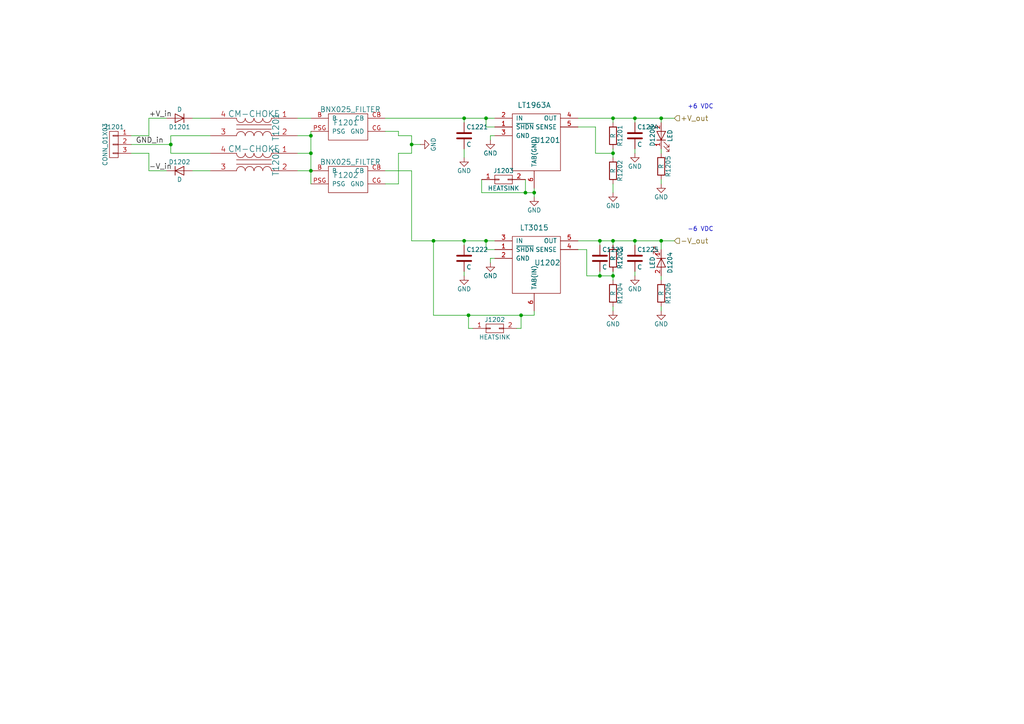
<source format=kicad_sch>
(kicad_sch (version 20250114) (generator "eeschema") (generator_version "9.0")
  (paper "A4")
  (lib_symbols
    (symbol "aw:CM-CHOKE" (pin_names (offset 1.016) (hide yes))
      (property "Reference" "T" (at 0 6.35 0))
      (property "Value" "CM-CHOKE" (at -3.81 0 90))
      (symbol "CM-CHOKE_0_1"
        (arc (start -1.27 3.81) (mid -1.656 2.9336) (end -2.54 2.5654))
        (arc (start -1.27 1.27) (mid -1.656 0.3936) (end -2.54 0.0254))
        (arc (start -1.27 -1.27) (mid -1.656 -2.1464) (end -2.54 -2.5146))
        (arc (start -1.27 -3.81) (mid -1.656 -4.6864) (end -2.54 -5.0546))
        (arc (start -2.54 5.08) (mid -1.642 4.708) (end -1.27 3.81))
        (arc (start -2.54 2.54) (mid -1.642 2.168) (end -1.27 1.27))
        (arc (start -2.54 0) (mid -1.642 -0.372) (end -1.27 -1.27))
        (arc (start -2.54 -2.54) (mid -1.642 -2.912) (end -1.27 -3.81))
        (polyline (pts (xy -0.635 5.08) (xy -0.635 -5.08)))
        (polyline (pts (xy 0.635 -5.08) (xy 0.635 5.08)))
        (arc (start 1.2954 3.81) (mid 1.6457 4.7117) (end 2.54 5.08))
        (arc (start 1.2954 1.27) (mid 1.6457 2.1717) (end 2.54 2.54))
        (arc (start 1.2954 -1.27) (mid 1.6457 -0.3683) (end 2.54 0))
        (arc (start 2.54 2.5654) (mid 1.6599 2.9299) (end 1.2954 3.81))
        (arc (start 2.54 0.0254) (mid 1.6599 0.3899) (end 1.2954 1.27))
        (arc (start 2.54 -2.5146) (mid 1.6599 -2.1501) (end 1.2954 -1.27))
        (arc (start 1.3208 -3.81) (mid 1.6711 -2.9085) (end 2.5654 -2.54))
        (arc (start 2.5654 -5.0546) (mid 1.6851 -4.6902) (end 1.3208 -3.81))
      )
      (symbol "CM-CHOKE_1_1"
        (pin passive line (at -2.54 12.7 270) (length 7.62) (name "AA") (number "1"))
        (pin passive line (at -2.54 -12.7 90) (length 7.62) (name "AB") (number "4"))
        (pin passive line (at 2.54 12.7 270) (length 7.62) (name "SB") (number "2"))
        (pin passive line (at 2.54 -12.7 90) (length 7.62) (name "SA") (number "3"))
      )
    )
    (symbol "hoffmann_lna_v1-rescue:BNX025_FILTER-aw" (pin_names (offset 1.016))
      (property "Reference" "F" (at 5.08 -5.08 0))
      (property "Value" "BNX025_FILTER-aw" (at 6.35 -1.27 0))
      (symbol "BNX025_FILTER-aw_0_1"
        (rectangle (start 0 -2.54) (end 11.43 -10.16))
      )
      (symbol "BNX025_FILTER-aw_1_1"
        (pin input line (at -5.08 -3.81 0) (length 5.08) (name "B") (number "B"))
        (pin input line (at -5.08 -7.62 0) (length 5.08) (name "PSG") (number "PSG"))
        (pin input line (at 16.51 -3.81 180) (length 5.08) (name "CB") (number "CB"))
        (pin input line (at 16.51 -7.62 180) (length 5.08) (name "GND") (number "CG"))
      )
    )
    (symbol "hoffmann_lna_v1-rescue:C" (pin_numbers (hide yes)) (pin_names (offset 0.254))
      (property "Reference" "C" (at 0.635 2.54 0))
      (property "Value" "C" (at 0.635 -2.54 0))
      (symbol "C_0_1"
        (polyline (pts (xy -2.032 0.762) (xy 2.032 0.762)) (stroke (width 0.508)))
        (polyline (pts (xy -2.032 -0.762) (xy 2.032 -0.762)) (stroke (width 0.508)))
      )
      (symbol "C_1_1"
        (pin passive line (at 0 3.81 270) (length 2.794) (name "~") (number "1"))
        (pin passive line (at 0 -3.81 90) (length 2.794) (name "~") (number "2"))
      )
    )
    (symbol "hoffmann_lna_v1-rescue:CONN_01X03" (pin_names (offset 1.016) (hide yes))
      (property "Reference" "J" (at 0 5.08 0))
      (property "Value" "CONN_01X03" (at 2.54 0 90))
      (symbol "CONN_01X03_0_1"
        (rectangle (start -1.27 3.81) (end 1.27 -3.81))
        (rectangle (start -1.27 2.667) (end 0.254 2.413))
        (rectangle (start -1.27 0.127) (end 0.254 -0.127))
        (rectangle (start -1.27 -2.413) (end 0.254 -2.667))
      )
      (symbol "CONN_01X03_1_1"
        (pin passive line (at -5.08 2.54 0) (length 3.81) (name "P1") (number "1"))
        (pin passive line (at -5.08 0 0) (length 3.81) (name "P2") (number "2"))
        (pin passive line (at -5.08 -2.54 0) (length 3.81) (name "P3") (number "3"))
      )
    )
    (symbol "hoffmann_lna_v1-rescue:CONN_02X01" (pin_names (offset 0.0254) (hide yes))
      (property "Reference" "J" (at 0 2.54 0))
      (property "Value" "CONN_02X01" (at 0 -2.54 0))
      (symbol "CONN_02X01_0_1"
        (rectangle (start -2.54 1.27) (end 2.54 -1.27))
        (rectangle (start -2.54 0.127) (end -1.27 -0.127))
        (rectangle (start 1.27 0.127) (end 2.54 -0.127))
      )
      (symbol "CONN_02X01_1_1"
        (pin passive line (at -6.35 0 0) (length 3.81) (name "P1") (number "1"))
        (pin passive line (at 6.35 0 180) (length 3.81) (name "P2") (number "2"))
      )
    )
    (symbol "hoffmann_lna_v1-rescue:D" (pin_numbers (hide yes)) (pin_names (offset 1.016) (hide yes))
      (property "Reference" "D" (at 0 2.54 0))
      (property "Value" "D" (at 0 -2.54 0))
      (symbol "D_0_1"
        (polyline (pts (xy -1.27 1.27) (xy -1.27 -1.27)) (stroke (width 0.2032)))
        (polyline (pts (xy 1.27 1.27) (xy 1.27 -1.27) (xy -1.27 0) (xy 1.27 1.27)) (stroke (width 0.2032)))
        (polyline (pts (xy 1.27 0) (xy -1.27 0)))
      )
      (symbol "D_1_1"
        (pin passive line (at -3.81 0 0) (length 2.54) (name "K") (number "1"))
        (pin passive line (at 3.81 0 180) (length 2.54) (name "A") (number "2"))
      )
    )
    (symbol "hoffmann_lna_v1-rescue:LED" (pin_names (offset 1.016) (hide yes))
      (property "Reference" "D" (at 0 2.54 0))
      (property "Value" "LED" (at 0 -2.54 0))
      (symbol "LED_0_1"
        (polyline (pts (xy -3.048 -0.762) (xy -4.572 -2.286) (xy -3.81 -2.286) (xy -4.572 -2.286) (xy -4.572 -1.524)))
        (polyline (pts (xy -1.778 -0.762) (xy -3.302 -2.286) (xy -2.54 -2.286) (xy -3.302 -2.286) (xy -3.302 -1.524)))
        (polyline (pts (xy -1.27 0) (xy 1.27 0)))
        (polyline (pts (xy -1.27 -1.27) (xy -1.27 1.27)) (stroke (width 0.2032)))
        (polyline (pts (xy 1.27 -1.27) (xy 1.27 1.27) (xy -1.27 0) (xy 1.27 -1.27)) (stroke (width 0.2032)))
      )
      (symbol "LED_1_1"
        (pin passive line (at -3.81 0 0) (length 2.54) (name "K") (number "1"))
        (pin passive line (at 3.81 0 180) (length 2.54) (name "A") (number "2"))
      )
    )
    (symbol "hoffmann_lna_v1-rescue:LT1963A-aw" (pin_names (offset 1.016))
      (property "Reference" "U" (at 3.81 -12.7 0))
      (property "Value" "LT1963A-aw" (at 0 -2.54 0))
      (symbol "LT1963A-aw_0_1"
        (rectangle (start -6.35 -5.08) (end 7.62 -21.59))
      )
      (symbol "LT1963A-aw_1_1"
        (pin input line (at -11.43 -6.35 0) (length 5.08) (name "IN") (number "2"))
        (pin input line (at -11.43 -8.89 0) (length 5.08) (name "~{SHDN}") (number "1"))
        (pin input line (at -11.43 -11.43 0) (length 5.08) (name "GND") (number "3"))
        (pin input line (at 0 -26.67 90) (length 5.08) (name "TAB(GND)") (number "6"))
        (pin input line (at 12.7 -6.35 180) (length 5.08) (name "OUT") (number "4"))
        (pin input line (at 12.7 -8.89 180) (length 5.08) (name "SENSE") (number "5"))
      )
    )
    (symbol "hoffmann_lna_v1-rescue:LT3015-aw" (pin_names (offset 1.016))
      (property "Reference" "U" (at 3.81 -12.7 0))
      (property "Value" "LT3015-aw" (at 0 -2.54 0))
      (symbol "LT3015-aw_0_1"
        (rectangle (start -6.35 -5.08) (end 7.62 -21.59))
      )
      (symbol "LT3015-aw_1_1"
        (pin input line (at -11.43 -6.35 0) (length 5.08) (name "IN") (number "3"))
        (pin input line (at -11.43 -8.89 0) (length 5.08) (name "~{SHDN}") (number "1"))
        (pin input line (at -11.43 -11.43 0) (length 5.08) (name "GND") (number "2"))
        (pin input line (at 0 -26.67 90) (length 5.08) (name "TAB(IN)") (number "6"))
        (pin input line (at 12.7 -6.35 180) (length 5.08) (name "OUT") (number "5"))
        (pin input line (at 12.7 -8.89 180) (length 5.08) (name "SENSE") (number "4"))
      )
    )
    (symbol "hoffmann_lna_v1-rescue:R" (pin_numbers (hide yes)) (pin_names (offset 0))
      (property "Reference" "R" (at 2.032 0 90))
      (property "Value" "R" (at 0 0 90))
      (symbol "R_0_1"
        (rectangle (start -1.016 -2.54) (end 1.016 2.54) (stroke (width 0.254)))
      )
      (symbol "R_1_1"
        (pin passive line (at 0 3.81 270) (length 1.27) (name "~") (number "1"))
        (pin passive line (at 0 -3.81 90) (length 1.27) (name "~") (number "2"))
      )
    )
    (symbol "power:GND" (power) (pin_names (offset 0))
      (property "Value" "GND" (at 0 -3.81 0))
      (symbol "GND_0_1"
        (polyline (pts (xy 0 0) (xy 0 -1.27) (xy 1.27 -1.27) (xy 0 -2.54) (xy -1.27 -1.27) (xy 0 -1.27)))
      )
      (symbol "GND_1_1"
        (pin power_in line (at 0 0 270) (length 0) (hide yes) (name "GND") (number "1"))
      )
    )
  )
  (text "+6 VDC" (at 199.39 31.75 0) (effects (font (size 1.27 1.27)) (justify left bottom)))
  (text "-6 VDC" (at 199.39 67.31 0) (effects (font (size 1.27 1.27)) (justify left bottom)))
  (junction (at 184.15 34.29))
  (junction (at 191.77 34.29))
  (junction (at 90.17 49.53))
  (junction (at 173.99 69.85))
  (junction (at 151.13 91.44))
  (junction (at 173.99 80.01))
  (junction (at 191.77 69.85))
  (junction (at 152.4 55.88))
  (junction (at 134.62 69.85))
  (junction (at 177.8 69.85))
  (junction (at 140.97 34.29))
  (junction (at 125.73 69.85))
  (junction (at 177.8 80.01))
  (junction (at 90.17 44.45))
  (junction (at 184.15 69.85))
  (junction (at 90.17 39.37))
  (junction (at 154.94 55.88))
  (junction (at 177.8 44.45))
  (junction (at 119.38 41.91))
  (junction (at 135.89 91.44))
  (junction (at 140.97 69.85))
  (junction (at 49.53 41.91))
  (junction (at 177.8 34.29))
  (junction (at 134.62 34.29))
  (wire (pts (xy 154.94 55.88) (xy 154.94 54.61)))
  (wire (pts (xy 191.77 34.29) (xy 191.77 35.56)))
  (wire (pts (xy 140.97 72.39) (xy 140.97 69.85)))
  (wire (pts (xy 173.99 80.01) (xy 177.8 80.01)))
  (wire (pts (xy 134.62 69.85) (xy 140.97 69.85)))
  (wire (pts (xy 184.15 69.85) (xy 191.77 69.85)))
  (wire (pts (xy 170.18 80.01) (xy 173.99 80.01)))
  (wire (pts (xy 177.8 90.17) (xy 177.8 88.9)))
  (wire (pts (xy 184.15 80.01) (xy 184.15 78.74)))
  (wire (pts (xy 115.57 39.37) (xy 115.57 38.1)))
  (wire (pts (xy 49.53 44.45) (xy 60.96 44.45)))
  (wire (pts (xy 119.38 39.37) (xy 119.38 41.91)))
  (wire (pts (xy 154.94 91.44) (xy 151.13 91.44)))
  (wire (pts (xy 111.76 34.29) (xy 134.62 34.29)))
  (wire (pts (xy 140.97 36.83) (xy 140.97 34.29)))
  (wire (pts (xy 142.24 74.93) (xy 142.24 76.2)))
  (wire (pts (xy 134.62 43.18) (xy 134.62 45.72)))
  (wire (pts (xy 172.72 44.45) (xy 177.8 44.45)))
  (wire (pts (xy 177.8 80.01) (xy 177.8 81.28)))
  (wire (pts (xy 172.72 36.83) (xy 172.72 44.45)))
  (wire (pts (xy 151.13 95.25) (xy 151.13 91.44)))
  (wire (pts (xy 134.62 71.12) (xy 134.62 69.85)))
  (wire (pts (xy 119.38 41.91) (xy 121.92 41.91)))
  (wire (pts (xy 111.76 49.53) (xy 119.38 49.53)))
  (wire (pts (xy 177.8 44.45) (xy 177.8 43.18)))
  (wire (pts (xy 90.17 49.53) (xy 90.17 53.34)))
  (wire (pts (xy 115.57 53.34) (xy 111.76 53.34)))
  (wire (pts (xy 134.62 34.29) (xy 140.97 34.29)))
  (wire (pts (xy 177.8 78.74) (xy 177.8 80.01)))
  (wire (pts (xy 139.7 52.07) (xy 139.7 55.88)))
  (wire (pts (xy 49.53 41.91) (xy 49.53 44.45)))
  (wire (pts (xy 184.15 44.45) (xy 184.15 43.18)))
  (wire (pts (xy 137.16 95.25) (xy 135.89 95.25)))
  (wire (pts (xy 143.51 36.83) (xy 140.97 36.83)))
  (wire (pts (xy 90.17 39.37) (xy 86.36 39.37)))
  (wire (pts (xy 134.62 80.01) (xy 134.62 78.74)))
  (wire (pts (xy 115.57 44.45) (xy 115.57 53.34)))
  (wire (pts (xy 151.13 91.44) (xy 135.89 91.44)))
  (wire (pts (xy 177.8 34.29) (xy 177.8 35.56)))
  (wire (pts (xy 173.99 78.74) (xy 173.99 80.01)))
  (wire (pts (xy 184.15 34.29) (xy 191.77 34.29)))
  (wire (pts (xy 90.17 44.45) (xy 86.36 44.45)))
  (wire (pts (xy 191.77 34.29) (xy 195.58 34.29)))
  (wire (pts (xy 177.8 55.88) (xy 177.8 53.34)))
  (wire (pts (xy 167.64 72.39) (xy 170.18 72.39)))
  (wire (pts (xy 167.64 34.29) (xy 177.8 34.29)))
  (wire (pts (xy 177.8 69.85) (xy 184.15 69.85)))
  (wire (pts (xy 60.96 39.37) (xy 49.53 39.37)))
  (wire (pts (xy 60.96 49.53) (xy 55.88 49.53)))
  (wire (pts (xy 154.94 57.15) (xy 154.94 55.88)))
  (wire (pts (xy 184.15 69.85) (xy 184.15 71.12)))
  (wire (pts (xy 143.51 39.37) (xy 142.24 39.37)))
  (wire (pts (xy 119.38 41.91) (xy 119.38 44.45)))
  (wire (pts (xy 90.17 39.37) (xy 90.17 44.45)))
  (wire (pts (xy 135.89 91.44) (xy 125.73 91.44)))
  (wire (pts (xy 90.17 49.53) (xy 86.36 49.53)))
  (wire (pts (xy 49.53 41.91) (xy 38.1 41.91)))
  (wire (pts (xy 49.53 39.37) (xy 49.53 41.91)))
  (wire (pts (xy 90.17 44.45) (xy 90.17 49.53)))
  (wire (pts (xy 119.38 69.85) (xy 125.73 69.85)))
  (wire (pts (xy 173.99 71.12) (xy 173.99 69.85)))
  (wire (pts (xy 177.8 45.72) (xy 177.8 44.45)))
  (wire (pts (xy 125.73 69.85) (xy 134.62 69.85)))
  (wire (pts (xy 152.4 55.88) (xy 154.94 55.88)))
  (wire (pts (xy 48.26 34.29) (xy 43.18 34.29)))
  (wire (pts (xy 143.51 74.93) (xy 142.24 74.93)))
  (wire (pts (xy 167.64 36.83) (xy 172.72 36.83)))
  (wire (pts (xy 154.94 90.17) (xy 154.94 91.44)))
  (wire (pts (xy 119.38 44.45) (xy 115.57 44.45)))
  (wire (pts (xy 90.17 38.1) (xy 90.17 39.37)))
  (wire (pts (xy 38.1 44.45) (xy 43.18 44.45)))
  (wire (pts (xy 142.24 39.37) (xy 142.24 40.64)))
  (wire (pts (xy 177.8 34.29) (xy 184.15 34.29)))
  (wire (pts (xy 143.51 72.39) (xy 140.97 72.39)))
  (wire (pts (xy 140.97 69.85) (xy 143.51 69.85)))
  (wire (pts (xy 139.7 55.88) (xy 152.4 55.88)))
  (wire (pts (xy 177.8 71.12) (xy 177.8 69.85)))
  (wire (pts (xy 167.64 69.85) (xy 173.99 69.85)))
  (wire (pts (xy 125.73 91.44) (xy 125.73 69.85)))
  (wire (pts (xy 170.18 72.39) (xy 170.18 80.01)))
  (wire (pts (xy 191.77 53.34) (xy 191.77 52.07)))
  (wire (pts (xy 191.77 81.28) (xy 191.77 80.01)))
  (wire (pts (xy 43.18 44.45) (xy 43.18 49.53)))
  (wire (pts (xy 134.62 35.56) (xy 134.62 34.29)))
  (wire (pts (xy 149.86 95.25) (xy 151.13 95.25)))
  (wire (pts (xy 90.17 34.29) (xy 86.36 34.29)))
  (wire (pts (xy 119.38 49.53) (xy 119.38 69.85)))
  (wire (pts (xy 191.77 69.85) (xy 195.58 69.85)))
  (wire (pts (xy 135.89 95.25) (xy 135.89 91.44)))
  (wire (pts (xy 140.97 34.29) (xy 143.51 34.29)))
  (wire (pts (xy 191.77 44.45) (xy 191.77 43.18)))
  (wire (pts (xy 60.96 34.29) (xy 55.88 34.29)))
  (wire (pts (xy 191.77 69.85) (xy 191.77 72.39)))
  (wire (pts (xy 152.4 52.07) (xy 152.4 55.88)))
  (wire (pts (xy 43.18 49.53) (xy 48.26 49.53)))
  (wire (pts (xy 43.18 39.37) (xy 38.1 39.37)))
  (wire (pts (xy 184.15 34.29) (xy 184.15 35.56)))
  (wire (pts (xy 43.18 34.29) (xy 43.18 39.37)))
  (wire (pts (xy 115.57 38.1) (xy 111.76 38.1)))
  (wire (pts (xy 173.99 69.85) (xy 177.8 69.85)))
  (wire (pts (xy 191.77 90.17) (xy 191.77 88.9)))
  (wire (pts (xy 115.57 39.37) (xy 119.38 39.37)))
  (label "GND_in" (at 39.37 41.91 0) (effects (font (size 1.524 1.524))))
  (label "+V_in" (at 43.18 34.29 0) (effects (font (size 1.524 1.524))))
  (label "-V_in" (at 43.18 49.53 0) (effects (font (size 1.524 1.524))))
  (hierarchical_label "-V_out" (shape input) (at 195.58 69.85 0) (effects (font (size 1.524 1.524))))
  (hierarchical_label "+V_out" (shape input) (at 195.58 34.29 0) (effects (font (size 1.524 1.524))))
  (symbol (lib_id "hoffmann_lna_v1-rescue:CONN_01X03") (at 33.02 41.91 0) (mirror y) (unit 1)
    (property "Reference" "J1201" (at 33.02 36.83 0))
    (property "Value" "CONN_01X03" (at 30.48 41.91 90))
    (property "Footprint" "awallinKiCadFootprints:CONNECTOR_01x03_200mil" (effects (hide yes)))
  )
  (symbol (lib_id "hoffmann_lna_v1-rescue:D") (at 52.07 34.29 180) (unit 1)
    (property "Reference" "D1201" (at 52.07 36.83 0))
    (property "Value" "D" (at 52.07 31.75 0))
    (property "Footprint" "awallinKiCadFootprints:DIODE_DO-214BA" (effects (hide yes)))
  )
  (symbol (lib_id "hoffmann_lna_v1-rescue:D") (at 52.07 49.53 0) (unit 1)
    (property "Reference" "D1202" (at 52.07 46.99 0))
    (property "Value" "D" (at 52.07 52.07 0))
    (property "Footprint" "awallinKiCadFootprints:DIODE_DO-214BA" (effects (hide yes)))
  )
  (symbol (lib_id "aw:CM-CHOKE") (at 73.66 36.83 270) (unit 1)
    (property "Reference" "T1201" (at 80.01 36.83 0) (effects (font (size 1.778 1.778))))
    (property "Value" "CM-CHOKE" (at 73.66 33.02 90) (effects (font (size 1.778 1.778))))
    (property "Footprint" "awallinKiCadFootprints:CM-CHOKE" (effects (hide yes)))
  )
  (symbol (lib_id "aw:CM-CHOKE") (at 73.66 46.99 270) (unit 1)
    (property "Reference" "T1202" (at 80.01 46.99 0) (effects (font (size 1.778 1.778))))
    (property "Value" "CM-CHOKE" (at 73.66 43.18 90) (effects (font (size 1.778 1.778))))
    (property "Footprint" "awallinKiCadFootprints:CM-CHOKE" (effects (hide yes)))
  )
  (symbol (lib_id "power:GND") (at 121.92 41.91 90) (unit 1)
    (property "Reference" "#PWR057" (effects (hide yes)))
    (property "Value" "GND" (at 125.73 41.91 0))
  )
  (symbol (lib_id "hoffmann_lna_v1-rescue:LT1963A-aw") (at 154.94 27.94 0) (unit 1)
    (property "Reference" "U1201" (at 158.75 40.64 0) (effects (font (size 1.524 1.524))))
    (property "Value" "LT1963A" (at 154.94 30.48 0) (effects (font (size 1.524 1.524))))
    (property "Footprint" "TO_SOT_Packages_SMD:TO-263-5_TabPin3" (effects (hide yes)))
  )
  (symbol (lib_id "hoffmann_lna_v1-rescue:LT3015-aw") (at 154.94 63.5 0) (unit 1)
    (property "Reference" "U1202" (at 158.75 76.2 0) (effects (font (size 1.524 1.524))))
    (property "Value" "LT3015" (at 154.94 66.04 0) (effects (font (size 1.524 1.524))))
    (property "Footprint" "TO_SOT_Packages_SMD:TO-263-5_TabPin3" (effects (hide yes)))
  )
  (symbol (lib_id "power:GND") (at 154.94 57.15 0) (unit 1)
    (property "Reference" "#PWR058" (effects (hide yes)))
    (property "Value" "GND" (at 154.94 60.96 0))
  )
  (symbol (lib_id "power:GND") (at 142.24 40.64 0) (unit 1)
    (property "Reference" "#PWR059" (effects (hide yes)))
    (property "Value" "GND" (at 142.24 44.45 0))
  )
  (symbol (lib_id "hoffmann_lna_v1-rescue:C") (at 134.62 39.37 0) (unit 1)
    (property "Reference" "C1221" (at 135.255 36.83 0) (effects (justify left)))
    (property "Value" "C" (at 135.255 41.91 0) (effects (justify left)))
    (property "Footprint" "Capacitors_SMD:C_0805" (effects (hide yes)))
  )
  (symbol (lib_id "power:GND") (at 134.62 45.72 0) (unit 1)
    (property "Reference" "#PWR060" (effects (hide yes)))
    (property "Value" "GND" (at 134.62 49.53 0))
  )
  (symbol (lib_id "hoffmann_lna_v1-rescue:R") (at 177.8 39.37 0) (unit 1)
    (property "Reference" "R1201" (at 179.832 39.37 90))
    (property "Value" "R" (at 177.8 39.37 90))
    (property "Footprint" "Resistors_SMD:R_0805" (effects (hide yes)))
  )
  (symbol (lib_id "hoffmann_lna_v1-rescue:R") (at 177.8 49.53 0) (unit 1)
    (property "Reference" "R1202" (at 179.832 49.53 90))
    (property "Value" "R" (at 177.8 49.53 90))
    (property "Footprint" "Resistors_SMD:R_0805" (effects (hide yes)))
  )
  (symbol (lib_id "power:GND") (at 177.8 55.88 0) (unit 1)
    (property "Reference" "#PWR061" (effects (hide yes)))
    (property "Value" "GND" (at 177.8 59.69 0))
  )
  (symbol (lib_id "hoffmann_lna_v1-rescue:C") (at 184.15 39.37 0) (unit 1)
    (property "Reference" "C1224" (at 184.785 36.83 0) (effects (justify left)))
    (property "Value" "C" (at 184.785 41.91 0) (effects (justify left)))
    (property "Footprint" "Capacitors_SMD:C_0805" (effects (hide yes)))
  )
  (symbol (lib_id "power:GND") (at 184.15 44.45 0) (unit 1)
    (property "Reference" "#PWR062" (effects (hide yes)))
    (property "Value" "GND" (at 184.15 48.26 0))
  )
  (symbol (lib_id "hoffmann_lna_v1-rescue:LED") (at 191.77 39.37 90) (unit 1)
    (property "Reference" "D1203" (at 189.23 39.37 0))
    (property "Value" "LED" (at 194.31 39.37 0))
    (property "Footprint" "Diodes_SMD:D_0805" (effects (hide yes)))
  )
  (symbol (lib_id "hoffmann_lna_v1-rescue:R") (at 191.77 48.26 0) (unit 1)
    (property "Reference" "R1205" (at 193.802 48.26 90))
    (property "Value" "R" (at 191.77 48.26 90))
    (property "Footprint" "Resistors_SMD:R_0805" (effects (hide yes)))
  )
  (symbol (lib_id "power:GND") (at 191.77 53.34 0) (unit 1)
    (property "Reference" "#PWR063" (effects (hide yes)))
    (property "Value" "GND" (at 191.77 57.15 0))
  )
  (symbol (lib_id "hoffmann_lna_v1-rescue:C") (at 134.62 74.93 0) (unit 1)
    (property "Reference" "C1222" (at 135.255 72.39 0) (effects (justify left)))
    (property "Value" "C" (at 135.255 77.47 0) (effects (justify left)))
    (property "Footprint" "Capacitors_SMD:C_0805" (effects (hide yes)))
  )
  (symbol (lib_id "power:GND") (at 134.62 80.01 0) (unit 1)
    (property "Reference" "#PWR064" (effects (hide yes)))
    (property "Value" "GND" (at 134.62 83.82 0))
  )
  (symbol (lib_id "power:GND") (at 142.24 76.2 0) (unit 1)
    (property "Reference" "#PWR065" (effects (hide yes)))
    (property "Value" "GND" (at 142.24 80.01 0))
  )
  (symbol (lib_id "hoffmann_lna_v1-rescue:R") (at 177.8 74.93 0) (unit 1)
    (property "Reference" "R1203" (at 179.832 74.93 90))
    (property "Value" "R" (at 177.8 74.93 90))
    (property "Footprint" "Resistors_SMD:R_0805" (effects (hide yes)))
  )
  (symbol (lib_id "hoffmann_lna_v1-rescue:R") (at 177.8 85.09 0) (unit 1)
    (property "Reference" "R1204" (at 179.832 85.09 90))
    (property "Value" "R" (at 177.8 85.09 90))
    (property "Footprint" "Resistors_SMD:R_0805" (effects (hide yes)))
  )
  (symbol (lib_id "hoffmann_lna_v1-rescue:C") (at 184.15 74.93 0) (unit 1)
    (property "Reference" "C1225" (at 184.785 72.39 0) (effects (justify left)))
    (property "Value" "C" (at 184.785 77.47 0) (effects (justify left)))
    (property "Footprint" "Capacitors_SMD:C_0805" (effects (hide yes)))
  )
  (symbol (lib_id "hoffmann_lna_v1-rescue:C") (at 173.99 74.93 0) (unit 1)
    (property "Reference" "C1223" (at 174.625 72.39 0) (effects (justify left)))
    (property "Value" "C" (at 174.625 77.47 0) (effects (justify left)))
    (property "Footprint" "Capacitors_SMD:C_0805" (effects (hide yes)))
  )
  (symbol (lib_id "power:GND") (at 177.8 90.17 0) (unit 1)
    (property "Reference" "#PWR066" (effects (hide yes)))
    (property "Value" "GND" (at 177.8 93.98 0))
  )
  (symbol (lib_id "power:GND") (at 184.15 80.01 0) (unit 1)
    (property "Reference" "#PWR067" (effects (hide yes)))
    (property "Value" "GND" (at 184.15 83.82 0))
  )
  (symbol (lib_id "hoffmann_lna_v1-rescue:LED") (at 191.77 76.2 270) (unit 1)
    (property "Reference" "D1204" (at 194.31 76.2 0))
    (property "Value" "LED" (at 189.23 76.2 0))
    (property "Footprint" "Diodes_SMD:D_0805" (effects (hide yes)))
  )
  (symbol (lib_id "hoffmann_lna_v1-rescue:R") (at 191.77 85.09 0) (unit 1)
    (property "Reference" "R1206" (at 193.802 85.09 90))
    (property "Value" "R" (at 191.77 85.09 90))
    (property "Footprint" "Resistors_SMD:R_0805" (effects (hide yes)))
  )
  (symbol (lib_id "power:GND") (at 191.77 90.17 0) (unit 1)
    (property "Reference" "#PWR068" (effects (hide yes)))
    (property "Value" "GND" (at 191.77 93.98 0))
  )
  (symbol (lib_id "hoffmann_lna_v1-rescue:CONN_02X01") (at 143.51 95.25 0) (unit 1)
    (property "Reference" "J1202" (at 143.51 92.71 0))
    (property "Value" "HEATSINK" (at 143.51 97.79 0))
    (property "Footprint" "awallinKiCadFootprints:Heatsink_Fisher_TO263" (effects (hide yes)))
  )
  (symbol (lib_id "hoffmann_lna_v1-rescue:CONN_02X01") (at 146.05 52.07 0) (unit 1)
    (property "Reference" "J1203" (at 146.05 49.53 0))
    (property "Value" "HEATSINK" (at 146.05 54.61 0))
    (property "Footprint" "awallinKiCadFootprints:Heatsink_Fisher_TO263" (effects (hide yes)))
  )
  (symbol (lib_id "hoffmann_lna_v1-rescue:BNX025_FILTER-aw") (at 95.25 30.48 0) (unit 1)
    (property "Reference" "F1201" (at 100.33 35.56 0) (effects (font (size 1.524 1.524))))
    (property "Value" "BNX025_FILTER" (at 101.6 31.75 0) (effects (font (size 1.524 1.524))))
    (property "Footprint" "awallinKiCadFootprints:FILTER_BNX025" (effects (hide yes)))
  )
  (symbol (lib_id "hoffmann_lna_v1-rescue:BNX025_FILTER-aw") (at 95.25 45.72 0) (unit 1)
    (property "Reference" "F1202" (at 100.33 50.8 0) (effects (font (size 1.524 1.524))))
    (property "Value" "BNX025_FILTER" (at 101.6 46.99 0) (effects (font (size 1.524 1.524))))
    (property "Footprint" "awallinKiCadFootprints:FILTER_BNX025" (effects (hide yes)))
  )
)
</source>
